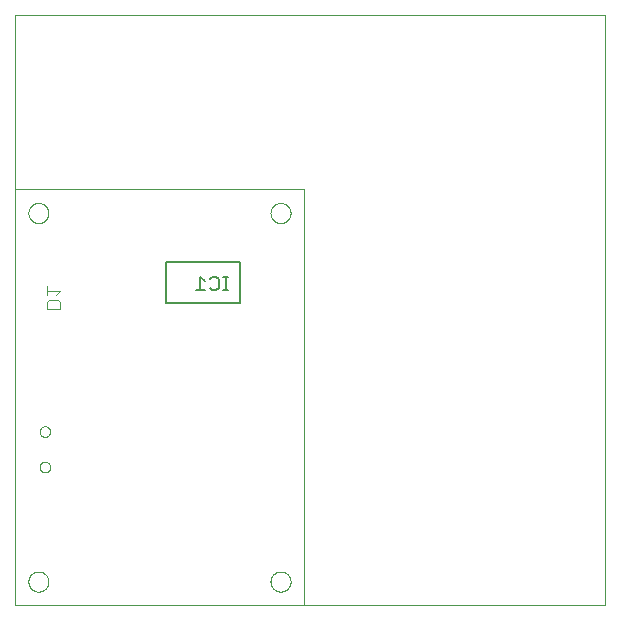
<source format=gbo>
G75*
%MOIN*%
%OFA0B0*%
%FSLAX25Y25*%
%IPPOS*%
%LPD*%
%AMOC8*
5,1,8,0,0,1.08239X$1,22.5*
%
%ADD10C,0.00000*%
%ADD11C,0.00600*%
%ADD12C,0.00500*%
%ADD13C,0.00400*%
D10*
X0007706Y0006721D02*
X0007706Y0145304D01*
X0007706Y0203572D01*
X0204556Y0203572D01*
X0204556Y0006721D01*
X0104162Y0006721D01*
X0104162Y0145304D01*
X0007706Y0145304D01*
X0012234Y0137430D02*
X0012236Y0137545D01*
X0012242Y0137661D01*
X0012252Y0137776D01*
X0012266Y0137891D01*
X0012284Y0138005D01*
X0012306Y0138118D01*
X0012331Y0138231D01*
X0012361Y0138342D01*
X0012394Y0138453D01*
X0012431Y0138562D01*
X0012472Y0138670D01*
X0012517Y0138777D01*
X0012565Y0138882D01*
X0012617Y0138985D01*
X0012673Y0139086D01*
X0012732Y0139186D01*
X0012794Y0139283D01*
X0012860Y0139378D01*
X0012928Y0139471D01*
X0013000Y0139561D01*
X0013075Y0139649D01*
X0013154Y0139734D01*
X0013235Y0139816D01*
X0013318Y0139896D01*
X0013405Y0139972D01*
X0013494Y0140046D01*
X0013585Y0140116D01*
X0013679Y0140184D01*
X0013775Y0140248D01*
X0013874Y0140308D01*
X0013974Y0140365D01*
X0014076Y0140419D01*
X0014180Y0140469D01*
X0014286Y0140516D01*
X0014393Y0140559D01*
X0014502Y0140598D01*
X0014612Y0140633D01*
X0014723Y0140664D01*
X0014835Y0140692D01*
X0014948Y0140716D01*
X0015062Y0140736D01*
X0015177Y0140752D01*
X0015292Y0140764D01*
X0015407Y0140772D01*
X0015522Y0140776D01*
X0015638Y0140776D01*
X0015753Y0140772D01*
X0015868Y0140764D01*
X0015983Y0140752D01*
X0016098Y0140736D01*
X0016212Y0140716D01*
X0016325Y0140692D01*
X0016437Y0140664D01*
X0016548Y0140633D01*
X0016658Y0140598D01*
X0016767Y0140559D01*
X0016874Y0140516D01*
X0016980Y0140469D01*
X0017084Y0140419D01*
X0017186Y0140365D01*
X0017286Y0140308D01*
X0017385Y0140248D01*
X0017481Y0140184D01*
X0017575Y0140116D01*
X0017666Y0140046D01*
X0017755Y0139972D01*
X0017842Y0139896D01*
X0017925Y0139816D01*
X0018006Y0139734D01*
X0018085Y0139649D01*
X0018160Y0139561D01*
X0018232Y0139471D01*
X0018300Y0139378D01*
X0018366Y0139283D01*
X0018428Y0139186D01*
X0018487Y0139086D01*
X0018543Y0138985D01*
X0018595Y0138882D01*
X0018643Y0138777D01*
X0018688Y0138670D01*
X0018729Y0138562D01*
X0018766Y0138453D01*
X0018799Y0138342D01*
X0018829Y0138231D01*
X0018854Y0138118D01*
X0018876Y0138005D01*
X0018894Y0137891D01*
X0018908Y0137776D01*
X0018918Y0137661D01*
X0018924Y0137545D01*
X0018926Y0137430D01*
X0018924Y0137315D01*
X0018918Y0137199D01*
X0018908Y0137084D01*
X0018894Y0136969D01*
X0018876Y0136855D01*
X0018854Y0136742D01*
X0018829Y0136629D01*
X0018799Y0136518D01*
X0018766Y0136407D01*
X0018729Y0136298D01*
X0018688Y0136190D01*
X0018643Y0136083D01*
X0018595Y0135978D01*
X0018543Y0135875D01*
X0018487Y0135774D01*
X0018428Y0135674D01*
X0018366Y0135577D01*
X0018300Y0135482D01*
X0018232Y0135389D01*
X0018160Y0135299D01*
X0018085Y0135211D01*
X0018006Y0135126D01*
X0017925Y0135044D01*
X0017842Y0134964D01*
X0017755Y0134888D01*
X0017666Y0134814D01*
X0017575Y0134744D01*
X0017481Y0134676D01*
X0017385Y0134612D01*
X0017286Y0134552D01*
X0017186Y0134495D01*
X0017084Y0134441D01*
X0016980Y0134391D01*
X0016874Y0134344D01*
X0016767Y0134301D01*
X0016658Y0134262D01*
X0016548Y0134227D01*
X0016437Y0134196D01*
X0016325Y0134168D01*
X0016212Y0134144D01*
X0016098Y0134124D01*
X0015983Y0134108D01*
X0015868Y0134096D01*
X0015753Y0134088D01*
X0015638Y0134084D01*
X0015522Y0134084D01*
X0015407Y0134088D01*
X0015292Y0134096D01*
X0015177Y0134108D01*
X0015062Y0134124D01*
X0014948Y0134144D01*
X0014835Y0134168D01*
X0014723Y0134196D01*
X0014612Y0134227D01*
X0014502Y0134262D01*
X0014393Y0134301D01*
X0014286Y0134344D01*
X0014180Y0134391D01*
X0014076Y0134441D01*
X0013974Y0134495D01*
X0013874Y0134552D01*
X0013775Y0134612D01*
X0013679Y0134676D01*
X0013585Y0134744D01*
X0013494Y0134814D01*
X0013405Y0134888D01*
X0013318Y0134964D01*
X0013235Y0135044D01*
X0013154Y0135126D01*
X0013075Y0135211D01*
X0013000Y0135299D01*
X0012928Y0135389D01*
X0012860Y0135482D01*
X0012794Y0135577D01*
X0012732Y0135674D01*
X0012673Y0135774D01*
X0012617Y0135875D01*
X0012565Y0135978D01*
X0012517Y0136083D01*
X0012472Y0136190D01*
X0012431Y0136298D01*
X0012394Y0136407D01*
X0012361Y0136518D01*
X0012331Y0136629D01*
X0012306Y0136742D01*
X0012284Y0136855D01*
X0012266Y0136969D01*
X0012252Y0137084D01*
X0012242Y0137199D01*
X0012236Y0137315D01*
X0012234Y0137430D01*
X0015973Y0064595D02*
X0015975Y0064679D01*
X0015981Y0064762D01*
X0015991Y0064845D01*
X0016005Y0064928D01*
X0016022Y0065010D01*
X0016044Y0065091D01*
X0016069Y0065170D01*
X0016098Y0065249D01*
X0016131Y0065326D01*
X0016167Y0065401D01*
X0016207Y0065475D01*
X0016250Y0065547D01*
X0016297Y0065616D01*
X0016347Y0065683D01*
X0016400Y0065748D01*
X0016456Y0065810D01*
X0016514Y0065870D01*
X0016576Y0065927D01*
X0016640Y0065980D01*
X0016707Y0066031D01*
X0016776Y0066078D01*
X0016847Y0066123D01*
X0016920Y0066163D01*
X0016995Y0066200D01*
X0017072Y0066234D01*
X0017150Y0066264D01*
X0017229Y0066290D01*
X0017310Y0066313D01*
X0017392Y0066331D01*
X0017474Y0066346D01*
X0017557Y0066357D01*
X0017640Y0066364D01*
X0017724Y0066367D01*
X0017808Y0066366D01*
X0017891Y0066361D01*
X0017975Y0066352D01*
X0018057Y0066339D01*
X0018139Y0066323D01*
X0018220Y0066302D01*
X0018301Y0066278D01*
X0018379Y0066250D01*
X0018457Y0066218D01*
X0018533Y0066182D01*
X0018607Y0066143D01*
X0018679Y0066101D01*
X0018749Y0066055D01*
X0018817Y0066006D01*
X0018882Y0065954D01*
X0018945Y0065899D01*
X0019005Y0065841D01*
X0019063Y0065780D01*
X0019117Y0065716D01*
X0019169Y0065650D01*
X0019217Y0065582D01*
X0019262Y0065511D01*
X0019303Y0065438D01*
X0019342Y0065364D01*
X0019376Y0065288D01*
X0019407Y0065210D01*
X0019434Y0065131D01*
X0019458Y0065050D01*
X0019477Y0064969D01*
X0019493Y0064887D01*
X0019505Y0064804D01*
X0019513Y0064720D01*
X0019517Y0064637D01*
X0019517Y0064553D01*
X0019513Y0064470D01*
X0019505Y0064386D01*
X0019493Y0064303D01*
X0019477Y0064221D01*
X0019458Y0064140D01*
X0019434Y0064059D01*
X0019407Y0063980D01*
X0019376Y0063902D01*
X0019342Y0063826D01*
X0019303Y0063752D01*
X0019262Y0063679D01*
X0019217Y0063608D01*
X0019169Y0063540D01*
X0019117Y0063474D01*
X0019063Y0063410D01*
X0019005Y0063349D01*
X0018945Y0063291D01*
X0018882Y0063236D01*
X0018817Y0063184D01*
X0018749Y0063135D01*
X0018679Y0063089D01*
X0018607Y0063047D01*
X0018533Y0063008D01*
X0018457Y0062972D01*
X0018379Y0062940D01*
X0018301Y0062912D01*
X0018220Y0062888D01*
X0018139Y0062867D01*
X0018057Y0062851D01*
X0017975Y0062838D01*
X0017891Y0062829D01*
X0017808Y0062824D01*
X0017724Y0062823D01*
X0017640Y0062826D01*
X0017557Y0062833D01*
X0017474Y0062844D01*
X0017392Y0062859D01*
X0017310Y0062877D01*
X0017229Y0062900D01*
X0017150Y0062926D01*
X0017072Y0062956D01*
X0016995Y0062990D01*
X0016920Y0063027D01*
X0016847Y0063067D01*
X0016776Y0063112D01*
X0016707Y0063159D01*
X0016640Y0063210D01*
X0016576Y0063263D01*
X0016514Y0063320D01*
X0016456Y0063380D01*
X0016400Y0063442D01*
X0016347Y0063507D01*
X0016297Y0063574D01*
X0016250Y0063643D01*
X0016207Y0063715D01*
X0016167Y0063789D01*
X0016131Y0063864D01*
X0016098Y0063941D01*
X0016069Y0064020D01*
X0016044Y0064099D01*
X0016022Y0064180D01*
X0016005Y0064262D01*
X0015991Y0064345D01*
X0015981Y0064428D01*
X0015975Y0064511D01*
X0015973Y0064595D01*
X0015973Y0052784D02*
X0015975Y0052868D01*
X0015981Y0052951D01*
X0015991Y0053034D01*
X0016005Y0053117D01*
X0016022Y0053199D01*
X0016044Y0053280D01*
X0016069Y0053359D01*
X0016098Y0053438D01*
X0016131Y0053515D01*
X0016167Y0053590D01*
X0016207Y0053664D01*
X0016250Y0053736D01*
X0016297Y0053805D01*
X0016347Y0053872D01*
X0016400Y0053937D01*
X0016456Y0053999D01*
X0016514Y0054059D01*
X0016576Y0054116D01*
X0016640Y0054169D01*
X0016707Y0054220D01*
X0016776Y0054267D01*
X0016847Y0054312D01*
X0016920Y0054352D01*
X0016995Y0054389D01*
X0017072Y0054423D01*
X0017150Y0054453D01*
X0017229Y0054479D01*
X0017310Y0054502D01*
X0017392Y0054520D01*
X0017474Y0054535D01*
X0017557Y0054546D01*
X0017640Y0054553D01*
X0017724Y0054556D01*
X0017808Y0054555D01*
X0017891Y0054550D01*
X0017975Y0054541D01*
X0018057Y0054528D01*
X0018139Y0054512D01*
X0018220Y0054491D01*
X0018301Y0054467D01*
X0018379Y0054439D01*
X0018457Y0054407D01*
X0018533Y0054371D01*
X0018607Y0054332D01*
X0018679Y0054290D01*
X0018749Y0054244D01*
X0018817Y0054195D01*
X0018882Y0054143D01*
X0018945Y0054088D01*
X0019005Y0054030D01*
X0019063Y0053969D01*
X0019117Y0053905D01*
X0019169Y0053839D01*
X0019217Y0053771D01*
X0019262Y0053700D01*
X0019303Y0053627D01*
X0019342Y0053553D01*
X0019376Y0053477D01*
X0019407Y0053399D01*
X0019434Y0053320D01*
X0019458Y0053239D01*
X0019477Y0053158D01*
X0019493Y0053076D01*
X0019505Y0052993D01*
X0019513Y0052909D01*
X0019517Y0052826D01*
X0019517Y0052742D01*
X0019513Y0052659D01*
X0019505Y0052575D01*
X0019493Y0052492D01*
X0019477Y0052410D01*
X0019458Y0052329D01*
X0019434Y0052248D01*
X0019407Y0052169D01*
X0019376Y0052091D01*
X0019342Y0052015D01*
X0019303Y0051941D01*
X0019262Y0051868D01*
X0019217Y0051797D01*
X0019169Y0051729D01*
X0019117Y0051663D01*
X0019063Y0051599D01*
X0019005Y0051538D01*
X0018945Y0051480D01*
X0018882Y0051425D01*
X0018817Y0051373D01*
X0018749Y0051324D01*
X0018679Y0051278D01*
X0018607Y0051236D01*
X0018533Y0051197D01*
X0018457Y0051161D01*
X0018379Y0051129D01*
X0018301Y0051101D01*
X0018220Y0051077D01*
X0018139Y0051056D01*
X0018057Y0051040D01*
X0017975Y0051027D01*
X0017891Y0051018D01*
X0017808Y0051013D01*
X0017724Y0051012D01*
X0017640Y0051015D01*
X0017557Y0051022D01*
X0017474Y0051033D01*
X0017392Y0051048D01*
X0017310Y0051066D01*
X0017229Y0051089D01*
X0017150Y0051115D01*
X0017072Y0051145D01*
X0016995Y0051179D01*
X0016920Y0051216D01*
X0016847Y0051256D01*
X0016776Y0051301D01*
X0016707Y0051348D01*
X0016640Y0051399D01*
X0016576Y0051452D01*
X0016514Y0051509D01*
X0016456Y0051569D01*
X0016400Y0051631D01*
X0016347Y0051696D01*
X0016297Y0051763D01*
X0016250Y0051832D01*
X0016207Y0051904D01*
X0016167Y0051978D01*
X0016131Y0052053D01*
X0016098Y0052130D01*
X0016069Y0052209D01*
X0016044Y0052288D01*
X0016022Y0052369D01*
X0016005Y0052451D01*
X0015991Y0052534D01*
X0015981Y0052617D01*
X0015975Y0052700D01*
X0015973Y0052784D01*
X0012234Y0014595D02*
X0012236Y0014710D01*
X0012242Y0014826D01*
X0012252Y0014941D01*
X0012266Y0015056D01*
X0012284Y0015170D01*
X0012306Y0015283D01*
X0012331Y0015396D01*
X0012361Y0015507D01*
X0012394Y0015618D01*
X0012431Y0015727D01*
X0012472Y0015835D01*
X0012517Y0015942D01*
X0012565Y0016047D01*
X0012617Y0016150D01*
X0012673Y0016251D01*
X0012732Y0016351D01*
X0012794Y0016448D01*
X0012860Y0016543D01*
X0012928Y0016636D01*
X0013000Y0016726D01*
X0013075Y0016814D01*
X0013154Y0016899D01*
X0013235Y0016981D01*
X0013318Y0017061D01*
X0013405Y0017137D01*
X0013494Y0017211D01*
X0013585Y0017281D01*
X0013679Y0017349D01*
X0013775Y0017413D01*
X0013874Y0017473D01*
X0013974Y0017530D01*
X0014076Y0017584D01*
X0014180Y0017634D01*
X0014286Y0017681D01*
X0014393Y0017724D01*
X0014502Y0017763D01*
X0014612Y0017798D01*
X0014723Y0017829D01*
X0014835Y0017857D01*
X0014948Y0017881D01*
X0015062Y0017901D01*
X0015177Y0017917D01*
X0015292Y0017929D01*
X0015407Y0017937D01*
X0015522Y0017941D01*
X0015638Y0017941D01*
X0015753Y0017937D01*
X0015868Y0017929D01*
X0015983Y0017917D01*
X0016098Y0017901D01*
X0016212Y0017881D01*
X0016325Y0017857D01*
X0016437Y0017829D01*
X0016548Y0017798D01*
X0016658Y0017763D01*
X0016767Y0017724D01*
X0016874Y0017681D01*
X0016980Y0017634D01*
X0017084Y0017584D01*
X0017186Y0017530D01*
X0017286Y0017473D01*
X0017385Y0017413D01*
X0017481Y0017349D01*
X0017575Y0017281D01*
X0017666Y0017211D01*
X0017755Y0017137D01*
X0017842Y0017061D01*
X0017925Y0016981D01*
X0018006Y0016899D01*
X0018085Y0016814D01*
X0018160Y0016726D01*
X0018232Y0016636D01*
X0018300Y0016543D01*
X0018366Y0016448D01*
X0018428Y0016351D01*
X0018487Y0016251D01*
X0018543Y0016150D01*
X0018595Y0016047D01*
X0018643Y0015942D01*
X0018688Y0015835D01*
X0018729Y0015727D01*
X0018766Y0015618D01*
X0018799Y0015507D01*
X0018829Y0015396D01*
X0018854Y0015283D01*
X0018876Y0015170D01*
X0018894Y0015056D01*
X0018908Y0014941D01*
X0018918Y0014826D01*
X0018924Y0014710D01*
X0018926Y0014595D01*
X0018924Y0014480D01*
X0018918Y0014364D01*
X0018908Y0014249D01*
X0018894Y0014134D01*
X0018876Y0014020D01*
X0018854Y0013907D01*
X0018829Y0013794D01*
X0018799Y0013683D01*
X0018766Y0013572D01*
X0018729Y0013463D01*
X0018688Y0013355D01*
X0018643Y0013248D01*
X0018595Y0013143D01*
X0018543Y0013040D01*
X0018487Y0012939D01*
X0018428Y0012839D01*
X0018366Y0012742D01*
X0018300Y0012647D01*
X0018232Y0012554D01*
X0018160Y0012464D01*
X0018085Y0012376D01*
X0018006Y0012291D01*
X0017925Y0012209D01*
X0017842Y0012129D01*
X0017755Y0012053D01*
X0017666Y0011979D01*
X0017575Y0011909D01*
X0017481Y0011841D01*
X0017385Y0011777D01*
X0017286Y0011717D01*
X0017186Y0011660D01*
X0017084Y0011606D01*
X0016980Y0011556D01*
X0016874Y0011509D01*
X0016767Y0011466D01*
X0016658Y0011427D01*
X0016548Y0011392D01*
X0016437Y0011361D01*
X0016325Y0011333D01*
X0016212Y0011309D01*
X0016098Y0011289D01*
X0015983Y0011273D01*
X0015868Y0011261D01*
X0015753Y0011253D01*
X0015638Y0011249D01*
X0015522Y0011249D01*
X0015407Y0011253D01*
X0015292Y0011261D01*
X0015177Y0011273D01*
X0015062Y0011289D01*
X0014948Y0011309D01*
X0014835Y0011333D01*
X0014723Y0011361D01*
X0014612Y0011392D01*
X0014502Y0011427D01*
X0014393Y0011466D01*
X0014286Y0011509D01*
X0014180Y0011556D01*
X0014076Y0011606D01*
X0013974Y0011660D01*
X0013874Y0011717D01*
X0013775Y0011777D01*
X0013679Y0011841D01*
X0013585Y0011909D01*
X0013494Y0011979D01*
X0013405Y0012053D01*
X0013318Y0012129D01*
X0013235Y0012209D01*
X0013154Y0012291D01*
X0013075Y0012376D01*
X0013000Y0012464D01*
X0012928Y0012554D01*
X0012860Y0012647D01*
X0012794Y0012742D01*
X0012732Y0012839D01*
X0012673Y0012939D01*
X0012617Y0013040D01*
X0012565Y0013143D01*
X0012517Y0013248D01*
X0012472Y0013355D01*
X0012431Y0013463D01*
X0012394Y0013572D01*
X0012361Y0013683D01*
X0012331Y0013794D01*
X0012306Y0013907D01*
X0012284Y0014020D01*
X0012266Y0014134D01*
X0012252Y0014249D01*
X0012242Y0014364D01*
X0012236Y0014480D01*
X0012234Y0014595D01*
X0007706Y0006721D02*
X0104162Y0006721D01*
X0092942Y0014595D02*
X0092944Y0014710D01*
X0092950Y0014826D01*
X0092960Y0014941D01*
X0092974Y0015056D01*
X0092992Y0015170D01*
X0093014Y0015283D01*
X0093039Y0015396D01*
X0093069Y0015507D01*
X0093102Y0015618D01*
X0093139Y0015727D01*
X0093180Y0015835D01*
X0093225Y0015942D01*
X0093273Y0016047D01*
X0093325Y0016150D01*
X0093381Y0016251D01*
X0093440Y0016351D01*
X0093502Y0016448D01*
X0093568Y0016543D01*
X0093636Y0016636D01*
X0093708Y0016726D01*
X0093783Y0016814D01*
X0093862Y0016899D01*
X0093943Y0016981D01*
X0094026Y0017061D01*
X0094113Y0017137D01*
X0094202Y0017211D01*
X0094293Y0017281D01*
X0094387Y0017349D01*
X0094483Y0017413D01*
X0094582Y0017473D01*
X0094682Y0017530D01*
X0094784Y0017584D01*
X0094888Y0017634D01*
X0094994Y0017681D01*
X0095101Y0017724D01*
X0095210Y0017763D01*
X0095320Y0017798D01*
X0095431Y0017829D01*
X0095543Y0017857D01*
X0095656Y0017881D01*
X0095770Y0017901D01*
X0095885Y0017917D01*
X0096000Y0017929D01*
X0096115Y0017937D01*
X0096230Y0017941D01*
X0096346Y0017941D01*
X0096461Y0017937D01*
X0096576Y0017929D01*
X0096691Y0017917D01*
X0096806Y0017901D01*
X0096920Y0017881D01*
X0097033Y0017857D01*
X0097145Y0017829D01*
X0097256Y0017798D01*
X0097366Y0017763D01*
X0097475Y0017724D01*
X0097582Y0017681D01*
X0097688Y0017634D01*
X0097792Y0017584D01*
X0097894Y0017530D01*
X0097994Y0017473D01*
X0098093Y0017413D01*
X0098189Y0017349D01*
X0098283Y0017281D01*
X0098374Y0017211D01*
X0098463Y0017137D01*
X0098550Y0017061D01*
X0098633Y0016981D01*
X0098714Y0016899D01*
X0098793Y0016814D01*
X0098868Y0016726D01*
X0098940Y0016636D01*
X0099008Y0016543D01*
X0099074Y0016448D01*
X0099136Y0016351D01*
X0099195Y0016251D01*
X0099251Y0016150D01*
X0099303Y0016047D01*
X0099351Y0015942D01*
X0099396Y0015835D01*
X0099437Y0015727D01*
X0099474Y0015618D01*
X0099507Y0015507D01*
X0099537Y0015396D01*
X0099562Y0015283D01*
X0099584Y0015170D01*
X0099602Y0015056D01*
X0099616Y0014941D01*
X0099626Y0014826D01*
X0099632Y0014710D01*
X0099634Y0014595D01*
X0099632Y0014480D01*
X0099626Y0014364D01*
X0099616Y0014249D01*
X0099602Y0014134D01*
X0099584Y0014020D01*
X0099562Y0013907D01*
X0099537Y0013794D01*
X0099507Y0013683D01*
X0099474Y0013572D01*
X0099437Y0013463D01*
X0099396Y0013355D01*
X0099351Y0013248D01*
X0099303Y0013143D01*
X0099251Y0013040D01*
X0099195Y0012939D01*
X0099136Y0012839D01*
X0099074Y0012742D01*
X0099008Y0012647D01*
X0098940Y0012554D01*
X0098868Y0012464D01*
X0098793Y0012376D01*
X0098714Y0012291D01*
X0098633Y0012209D01*
X0098550Y0012129D01*
X0098463Y0012053D01*
X0098374Y0011979D01*
X0098283Y0011909D01*
X0098189Y0011841D01*
X0098093Y0011777D01*
X0097994Y0011717D01*
X0097894Y0011660D01*
X0097792Y0011606D01*
X0097688Y0011556D01*
X0097582Y0011509D01*
X0097475Y0011466D01*
X0097366Y0011427D01*
X0097256Y0011392D01*
X0097145Y0011361D01*
X0097033Y0011333D01*
X0096920Y0011309D01*
X0096806Y0011289D01*
X0096691Y0011273D01*
X0096576Y0011261D01*
X0096461Y0011253D01*
X0096346Y0011249D01*
X0096230Y0011249D01*
X0096115Y0011253D01*
X0096000Y0011261D01*
X0095885Y0011273D01*
X0095770Y0011289D01*
X0095656Y0011309D01*
X0095543Y0011333D01*
X0095431Y0011361D01*
X0095320Y0011392D01*
X0095210Y0011427D01*
X0095101Y0011466D01*
X0094994Y0011509D01*
X0094888Y0011556D01*
X0094784Y0011606D01*
X0094682Y0011660D01*
X0094582Y0011717D01*
X0094483Y0011777D01*
X0094387Y0011841D01*
X0094293Y0011909D01*
X0094202Y0011979D01*
X0094113Y0012053D01*
X0094026Y0012129D01*
X0093943Y0012209D01*
X0093862Y0012291D01*
X0093783Y0012376D01*
X0093708Y0012464D01*
X0093636Y0012554D01*
X0093568Y0012647D01*
X0093502Y0012742D01*
X0093440Y0012839D01*
X0093381Y0012939D01*
X0093325Y0013040D01*
X0093273Y0013143D01*
X0093225Y0013248D01*
X0093180Y0013355D01*
X0093139Y0013463D01*
X0093102Y0013572D01*
X0093069Y0013683D01*
X0093039Y0013794D01*
X0093014Y0013907D01*
X0092992Y0014020D01*
X0092974Y0014134D01*
X0092960Y0014249D01*
X0092950Y0014364D01*
X0092944Y0014480D01*
X0092942Y0014595D01*
X0092942Y0137430D02*
X0092944Y0137545D01*
X0092950Y0137661D01*
X0092960Y0137776D01*
X0092974Y0137891D01*
X0092992Y0138005D01*
X0093014Y0138118D01*
X0093039Y0138231D01*
X0093069Y0138342D01*
X0093102Y0138453D01*
X0093139Y0138562D01*
X0093180Y0138670D01*
X0093225Y0138777D01*
X0093273Y0138882D01*
X0093325Y0138985D01*
X0093381Y0139086D01*
X0093440Y0139186D01*
X0093502Y0139283D01*
X0093568Y0139378D01*
X0093636Y0139471D01*
X0093708Y0139561D01*
X0093783Y0139649D01*
X0093862Y0139734D01*
X0093943Y0139816D01*
X0094026Y0139896D01*
X0094113Y0139972D01*
X0094202Y0140046D01*
X0094293Y0140116D01*
X0094387Y0140184D01*
X0094483Y0140248D01*
X0094582Y0140308D01*
X0094682Y0140365D01*
X0094784Y0140419D01*
X0094888Y0140469D01*
X0094994Y0140516D01*
X0095101Y0140559D01*
X0095210Y0140598D01*
X0095320Y0140633D01*
X0095431Y0140664D01*
X0095543Y0140692D01*
X0095656Y0140716D01*
X0095770Y0140736D01*
X0095885Y0140752D01*
X0096000Y0140764D01*
X0096115Y0140772D01*
X0096230Y0140776D01*
X0096346Y0140776D01*
X0096461Y0140772D01*
X0096576Y0140764D01*
X0096691Y0140752D01*
X0096806Y0140736D01*
X0096920Y0140716D01*
X0097033Y0140692D01*
X0097145Y0140664D01*
X0097256Y0140633D01*
X0097366Y0140598D01*
X0097475Y0140559D01*
X0097582Y0140516D01*
X0097688Y0140469D01*
X0097792Y0140419D01*
X0097894Y0140365D01*
X0097994Y0140308D01*
X0098093Y0140248D01*
X0098189Y0140184D01*
X0098283Y0140116D01*
X0098374Y0140046D01*
X0098463Y0139972D01*
X0098550Y0139896D01*
X0098633Y0139816D01*
X0098714Y0139734D01*
X0098793Y0139649D01*
X0098868Y0139561D01*
X0098940Y0139471D01*
X0099008Y0139378D01*
X0099074Y0139283D01*
X0099136Y0139186D01*
X0099195Y0139086D01*
X0099251Y0138985D01*
X0099303Y0138882D01*
X0099351Y0138777D01*
X0099396Y0138670D01*
X0099437Y0138562D01*
X0099474Y0138453D01*
X0099507Y0138342D01*
X0099537Y0138231D01*
X0099562Y0138118D01*
X0099584Y0138005D01*
X0099602Y0137891D01*
X0099616Y0137776D01*
X0099626Y0137661D01*
X0099632Y0137545D01*
X0099634Y0137430D01*
X0099632Y0137315D01*
X0099626Y0137199D01*
X0099616Y0137084D01*
X0099602Y0136969D01*
X0099584Y0136855D01*
X0099562Y0136742D01*
X0099537Y0136629D01*
X0099507Y0136518D01*
X0099474Y0136407D01*
X0099437Y0136298D01*
X0099396Y0136190D01*
X0099351Y0136083D01*
X0099303Y0135978D01*
X0099251Y0135875D01*
X0099195Y0135774D01*
X0099136Y0135674D01*
X0099074Y0135577D01*
X0099008Y0135482D01*
X0098940Y0135389D01*
X0098868Y0135299D01*
X0098793Y0135211D01*
X0098714Y0135126D01*
X0098633Y0135044D01*
X0098550Y0134964D01*
X0098463Y0134888D01*
X0098374Y0134814D01*
X0098283Y0134744D01*
X0098189Y0134676D01*
X0098093Y0134612D01*
X0097994Y0134552D01*
X0097894Y0134495D01*
X0097792Y0134441D01*
X0097688Y0134391D01*
X0097582Y0134344D01*
X0097475Y0134301D01*
X0097366Y0134262D01*
X0097256Y0134227D01*
X0097145Y0134196D01*
X0097033Y0134168D01*
X0096920Y0134144D01*
X0096806Y0134124D01*
X0096691Y0134108D01*
X0096576Y0134096D01*
X0096461Y0134088D01*
X0096346Y0134084D01*
X0096230Y0134084D01*
X0096115Y0134088D01*
X0096000Y0134096D01*
X0095885Y0134108D01*
X0095770Y0134124D01*
X0095656Y0134144D01*
X0095543Y0134168D01*
X0095431Y0134196D01*
X0095320Y0134227D01*
X0095210Y0134262D01*
X0095101Y0134301D01*
X0094994Y0134344D01*
X0094888Y0134391D01*
X0094784Y0134441D01*
X0094682Y0134495D01*
X0094582Y0134552D01*
X0094483Y0134612D01*
X0094387Y0134676D01*
X0094293Y0134744D01*
X0094202Y0134814D01*
X0094113Y0134888D01*
X0094026Y0134964D01*
X0093943Y0135044D01*
X0093862Y0135126D01*
X0093783Y0135211D01*
X0093708Y0135299D01*
X0093636Y0135389D01*
X0093568Y0135482D01*
X0093502Y0135577D01*
X0093440Y0135674D01*
X0093381Y0135774D01*
X0093325Y0135875D01*
X0093273Y0135978D01*
X0093225Y0136083D01*
X0093180Y0136190D01*
X0093139Y0136298D01*
X0093102Y0136407D01*
X0093069Y0136518D01*
X0093039Y0136629D01*
X0093014Y0136742D01*
X0092992Y0136855D01*
X0092974Y0136969D01*
X0092960Y0137084D01*
X0092950Y0137199D01*
X0092944Y0137315D01*
X0092942Y0137430D01*
D11*
X0082721Y0121213D02*
X0058123Y0121213D01*
X0058123Y0107591D01*
X0082721Y0107591D01*
X0082721Y0121213D01*
D12*
X0078709Y0116247D02*
X0077208Y0116247D01*
X0077958Y0116247D02*
X0077958Y0111743D01*
X0077208Y0111743D02*
X0078709Y0111743D01*
X0075640Y0112494D02*
X0075640Y0115496D01*
X0074889Y0116247D01*
X0073388Y0116247D01*
X0072637Y0115496D01*
X0071036Y0114745D02*
X0069535Y0116247D01*
X0069535Y0111743D01*
X0071036Y0111743D02*
X0068033Y0111743D01*
X0072637Y0112494D02*
X0073388Y0111743D01*
X0074889Y0111743D01*
X0075640Y0112494D01*
D13*
X0022915Y0111587D02*
X0018311Y0111587D01*
X0018311Y0110053D02*
X0018311Y0113122D01*
X0021380Y0110053D02*
X0022915Y0111587D01*
X0022148Y0108518D02*
X0022915Y0107751D01*
X0022915Y0105449D01*
X0018311Y0105449D01*
X0018311Y0107751D01*
X0019078Y0108518D01*
X0022148Y0108518D01*
M02*

</source>
